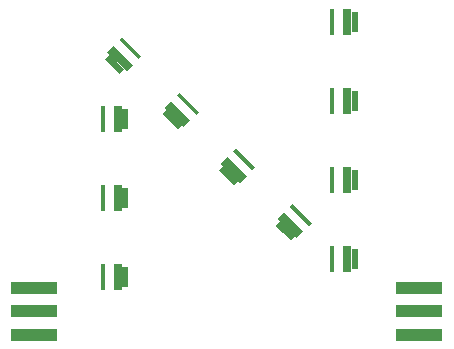
<source format=gts>
G04 #@! TF.FileFunction,Soldermask,Top*
%FSLAX46Y46*%
G04 Gerber Fmt 4.6, Leading zero omitted, Abs format (unit mm)*
G04 Created by KiCad (PCBNEW 4.0.0-rc2-stable) date 3/3/2016 3:46:15 PM*
%MOMM*%
G01*
G04 APERTURE LIST*
%ADD10C,0.150000*%
%ADD11R,0.500000X1.800000*%
%ADD12R,0.320000X2.300000*%
%ADD13R,0.800000X2.300000*%
%ADD14R,4.000000X1.000000*%
%ADD15C,0.600000*%
G04 APERTURE END LIST*
D10*
D11*
X56728285Y-45282310D03*
D12*
X54828285Y-45282310D03*
D13*
X56078285Y-45282310D03*
D11*
X56728285Y-38591890D03*
D12*
X54828285Y-38591890D03*
D13*
X56078285Y-38591890D03*
D11*
X56728285Y-31901470D03*
D12*
X54828285Y-31901470D03*
D13*
X56078285Y-31901470D03*
D10*
G36*
X56290609Y-28087532D02*
X54993241Y-26839800D01*
X55339833Y-26479420D01*
X56637201Y-27727152D01*
X56290609Y-28087532D01*
X56290609Y-28087532D01*
G37*
G36*
X57850236Y-26826516D02*
X56192488Y-25232191D01*
X56414308Y-25001548D01*
X58072056Y-26595873D01*
X57850236Y-26826516D01*
X57850236Y-26826516D01*
G37*
G36*
X56817391Y-27900448D02*
X55159643Y-26306124D01*
X55714191Y-25729516D01*
X57371939Y-27323840D01*
X56817391Y-27900448D01*
X56817391Y-27900448D01*
G37*
G36*
X61138312Y-32785191D02*
X59859535Y-31518413D01*
X60211418Y-31163197D01*
X61490195Y-32429975D01*
X61138312Y-32785191D01*
X61138312Y-32785191D01*
G37*
G36*
X62716414Y-31547373D02*
X61082421Y-29928711D01*
X61307626Y-29701373D01*
X62941619Y-31320035D01*
X62716414Y-31547373D01*
X62716414Y-31547373D01*
G37*
G36*
X61667802Y-32605917D02*
X60033809Y-30987255D01*
X60596822Y-30418909D01*
X62230815Y-32037571D01*
X61667802Y-32605917D01*
X61667802Y-32605917D01*
G37*
G36*
X65900461Y-37489757D02*
X64615040Y-36229720D01*
X64965051Y-35872659D01*
X66250472Y-37132696D01*
X65900461Y-37489757D01*
X65900461Y-37489757D01*
G37*
G36*
X67472034Y-36243658D02*
X65829552Y-34633611D01*
X66053558Y-34405092D01*
X67696040Y-36015139D01*
X67472034Y-36243658D01*
X67472034Y-36243658D01*
G37*
G36*
X66429003Y-37307702D02*
X64786521Y-35697654D01*
X65346537Y-35126356D01*
X66989019Y-36736404D01*
X66429003Y-37307702D01*
X66429003Y-37307702D01*
G37*
G36*
X70713995Y-42194898D02*
X69422329Y-40941264D01*
X69770561Y-40582468D01*
X71062227Y-41836102D01*
X70713995Y-42194898D01*
X70713995Y-42194898D01*
G37*
G36*
X72279355Y-40941006D02*
X70628893Y-39339140D01*
X70851761Y-39109510D01*
X72502223Y-40711376D01*
X72279355Y-40941006D01*
X72279355Y-40941006D01*
G37*
G36*
X71241625Y-42010218D02*
X69591162Y-40408352D01*
X70148333Y-39834278D01*
X71798796Y-41436144D01*
X71241625Y-42010218D01*
X71241625Y-42010218D01*
G37*
D11*
X76140585Y-43786797D03*
D12*
X74240585Y-43786797D03*
D13*
X75490585Y-43786797D03*
D11*
X76140585Y-37096290D03*
D12*
X74240585Y-37096290D03*
D13*
X75490585Y-37096290D03*
D11*
X76140585Y-30405792D03*
D12*
X74240585Y-30405792D03*
D13*
X75490585Y-30405792D03*
D11*
X76140585Y-23715292D03*
D12*
X74240585Y-23715292D03*
D13*
X75490585Y-23715292D03*
D14*
X81610790Y-50192207D03*
X81610790Y-48192207D03*
X81610790Y-46192207D03*
D15*
X80610790Y-50192207D03*
X80610790Y-48192207D03*
X80610790Y-46192207D03*
D14*
X49020840Y-46192207D03*
X49020840Y-48192207D03*
X49020840Y-50192207D03*
D15*
X50020840Y-46192207D03*
X50020840Y-48192207D03*
X50020840Y-50192207D03*
M02*

</source>
